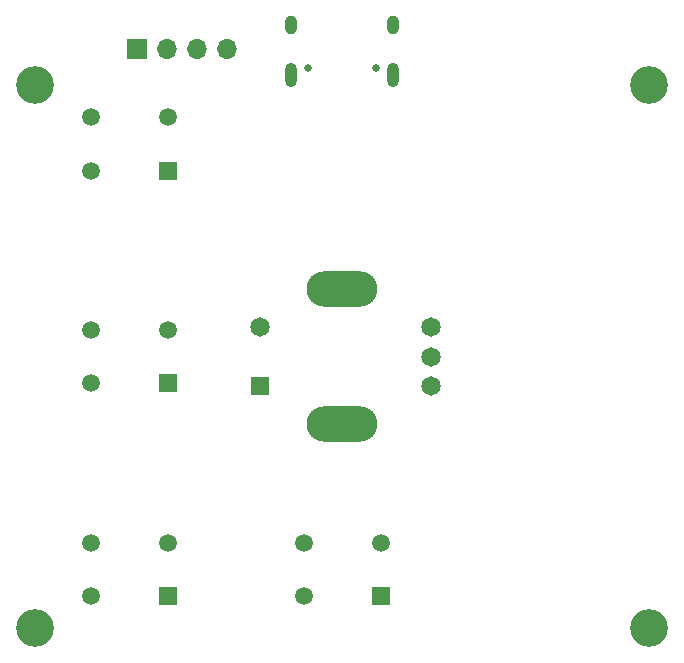
<source format=gbs>
G04 #@! TF.GenerationSoftware,KiCad,Pcbnew,(6.0.1-0)*
G04 #@! TF.CreationDate,2022-07-10T21:45:09+01:00*
G04 #@! TF.ProjectId,Spinny,5370696e-6e79-42e6-9b69-6361645f7063,rev?*
G04 #@! TF.SameCoordinates,Original*
G04 #@! TF.FileFunction,Soldermask,Bot*
G04 #@! TF.FilePolarity,Negative*
%FSLAX46Y46*%
G04 Gerber Fmt 4.6, Leading zero omitted, Abs format (unit mm)*
G04 Created by KiCad (PCBNEW (6.0.1-0)) date 2022-07-10 21:45:09*
%MOMM*%
%LPD*%
G01*
G04 APERTURE LIST*
%ADD10R,1.508000X1.508000*%
%ADD11C,1.508000*%
%ADD12C,3.200000*%
%ADD13R,1.650000X1.650000*%
%ADD14C,1.650000*%
%ADD15O,6.000000X3.000000*%
%ADD16C,0.650000*%
%ADD17O,1.000000X2.100000*%
%ADD18O,1.000000X1.600000*%
%ADD19R,1.700000X1.700000*%
%ADD20O,1.700000X1.700000*%
G04 APERTURE END LIST*
D10*
X135250000Y-102250000D03*
D11*
X135250000Y-97750000D03*
X128750000Y-102250000D03*
X128750000Y-97750000D03*
X135250000Y-115750000D03*
D10*
X135250000Y-120250000D03*
D11*
X128750000Y-120250000D03*
X128750000Y-115750000D03*
D12*
X124000000Y-123000000D03*
D13*
X143000000Y-102500000D03*
D14*
X143000000Y-97500000D03*
X157500000Y-102500000D03*
X157500000Y-97500000D03*
X157500000Y-100000000D03*
D15*
X150000000Y-105700000D03*
X150000000Y-94300000D03*
D11*
X135250000Y-79750000D03*
D10*
X135250000Y-84250000D03*
D11*
X128750000Y-79750000D03*
X128750000Y-84250000D03*
D12*
X176000000Y-77000000D03*
D16*
X152890000Y-75600000D03*
X147110000Y-75600000D03*
D17*
X154320000Y-76130000D03*
X145680000Y-76130000D03*
D18*
X145680000Y-71950000D03*
X154320000Y-71950000D03*
D12*
X124000000Y-77000000D03*
X176000000Y-123000000D03*
D19*
X132600000Y-73990000D03*
D20*
X135140000Y-73990000D03*
X137680000Y-73990000D03*
X140220000Y-73990000D03*
D10*
X153250000Y-120250000D03*
D11*
X153250000Y-115750000D03*
X146750000Y-115750000D03*
X146750000Y-120250000D03*
M02*

</source>
